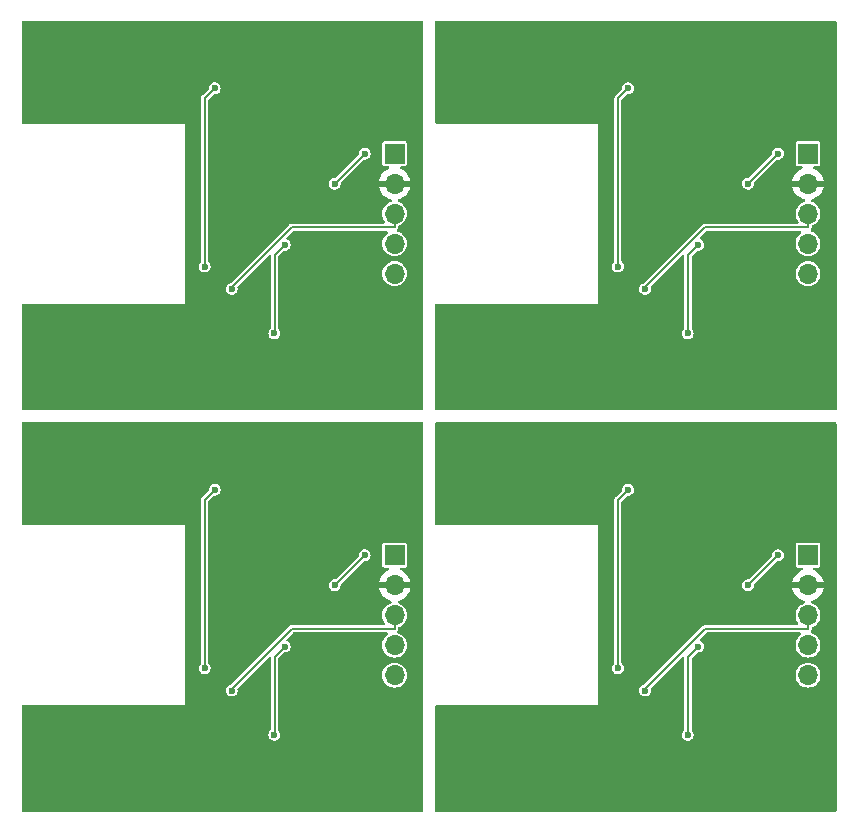
<source format=gbr>
%TF.GenerationSoftware,KiCad,Pcbnew,7.0.11+dfsg-1build4*%
%TF.CreationDate,2026-01-16T21:08:39-05:00*%
%TF.ProjectId,,58585858-5858-4585-9858-585858585858,rev?*%
%TF.SameCoordinates,Original*%
%TF.FileFunction,Copper,L2,Bot*%
%TF.FilePolarity,Positive*%
%FSLAX46Y46*%
G04 Gerber Fmt 4.6, Leading zero omitted, Abs format (unit mm)*
G04 Created by KiCad (PCBNEW 7.0.11+dfsg-1build4) date 2026-01-16 21:08:39*
%MOMM*%
%LPD*%
G01*
G04 APERTURE LIST*
%TA.AperFunction,ComponentPad*%
%ADD10R,1.700000X1.700000*%
%TD*%
%TA.AperFunction,ComponentPad*%
%ADD11O,1.700000X1.700000*%
%TD*%
%TA.AperFunction,ViaPad*%
%ADD12C,0.600000*%
%TD*%
%TA.AperFunction,Conductor*%
%ADD13C,0.200000*%
%TD*%
G04 APERTURE END LIST*
D10*
%TO.P,J1,1,Pin_1*%
%TO.N,/VOUT*%
X139140000Y-97500000D03*
D11*
%TO.P,J1,2,Pin_2*%
%TO.N,GND*%
X139140000Y-100040000D03*
%TO.P,J1,3,Pin_3*%
%TO.N,/VIN*%
X139140000Y-102580000D03*
%TO.P,J1,4,Pin_4*%
%TO.N,/LBO*%
X139140000Y-105120000D03*
%TO.P,J1,5,Pin_5*%
%TO.N,/EN*%
X139140000Y-107660000D03*
%TD*%
D10*
%TO.P,J1,1,Pin_1*%
%TO.N,/VOUT*%
X104140000Y-97500000D03*
D11*
%TO.P,J1,2,Pin_2*%
%TO.N,GND*%
X104140000Y-100040000D03*
%TO.P,J1,3,Pin_3*%
%TO.N,/VIN*%
X104140000Y-102580000D03*
%TO.P,J1,4,Pin_4*%
%TO.N,/LBO*%
X104140000Y-105120000D03*
%TO.P,J1,5,Pin_5*%
%TO.N,/EN*%
X104140000Y-107660000D03*
%TD*%
D10*
%TO.P,J1,1,Pin_1*%
%TO.N,/VOUT*%
X139140000Y-63500000D03*
D11*
%TO.P,J1,2,Pin_2*%
%TO.N,GND*%
X139140000Y-66040000D03*
%TO.P,J1,3,Pin_3*%
%TO.N,/VIN*%
X139140000Y-68580000D03*
%TO.P,J1,4,Pin_4*%
%TO.N,/LBO*%
X139140000Y-71120000D03*
%TO.P,J1,5,Pin_5*%
%TO.N,/EN*%
X139140000Y-73660000D03*
%TD*%
D10*
%TO.P,J1,1,Pin_1*%
%TO.N,/VOUT*%
X104140000Y-63500000D03*
D11*
%TO.P,J1,2,Pin_2*%
%TO.N,GND*%
X104140000Y-66040000D03*
%TO.P,J1,3,Pin_3*%
%TO.N,/VIN*%
X104140000Y-68580000D03*
%TO.P,J1,4,Pin_4*%
%TO.N,/LBO*%
X104140000Y-71120000D03*
%TO.P,J1,5,Pin_5*%
%TO.N,/EN*%
X104140000Y-73660000D03*
%TD*%
D12*
%TO.N,Net-(U1-FB)*%
X128960500Y-112715000D03*
%TO.N,Net-(U1-LBI)*%
X123900000Y-91967000D03*
%TO.N,/VOUT*%
X136600000Y-97500000D03*
X134060000Y-100040000D03*
%TO.N,Net-(U1-FB)*%
X129839300Y-105232600D03*
%TO.N,/VIN*%
X125351000Y-108957000D03*
%TO.N,Net-(U1-LBI)*%
X123048600Y-107060100D03*
%TO.N,Net-(U1-FB)*%
X93960500Y-112715000D03*
%TO.N,Net-(U1-LBI)*%
X88900000Y-91967000D03*
%TO.N,/VOUT*%
X101600000Y-97500000D03*
X99060000Y-100040000D03*
%TO.N,Net-(U1-FB)*%
X94839300Y-105232600D03*
%TO.N,/VIN*%
X90351000Y-108957000D03*
%TO.N,Net-(U1-LBI)*%
X88048600Y-107060100D03*
%TO.N,Net-(U1-FB)*%
X128960500Y-78715000D03*
%TO.N,Net-(U1-LBI)*%
X123900000Y-57967000D03*
%TO.N,/VOUT*%
X136600000Y-63500000D03*
X134060000Y-66040000D03*
%TO.N,Net-(U1-FB)*%
X129839300Y-71232600D03*
%TO.N,/VIN*%
X125351000Y-74957000D03*
%TO.N,Net-(U1-LBI)*%
X123048600Y-73060100D03*
X88048600Y-73060100D03*
X88900000Y-57967000D03*
%TO.N,Net-(U1-FB)*%
X94839300Y-71232600D03*
X93960500Y-78715000D03*
%TO.N,/VIN*%
X90351000Y-74957000D03*
%TO.N,/VOUT*%
X99060000Y-66040000D03*
X101600000Y-63500000D03*
%TD*%
D13*
%TO.N,/VIN*%
X125351000Y-108798200D02*
X125351000Y-108957000D01*
X130417300Y-103731900D02*
X125351000Y-108798200D01*
X139140000Y-103731900D02*
X130417300Y-103731900D01*
%TO.N,Net-(U1-FB)*%
X128980000Y-106091900D02*
X129839300Y-105232600D01*
X128960500Y-112715000D02*
X128980000Y-112695500D01*
%TO.N,/VIN*%
X139140000Y-102580000D02*
X139140000Y-103731900D01*
%TO.N,/VOUT*%
X136600000Y-97500000D02*
X134060000Y-100040000D01*
%TO.N,Net-(U1-FB)*%
X128980000Y-112695500D02*
X128980000Y-106091900D01*
%TO.N,Net-(U1-LBI)*%
X123900000Y-91967000D02*
X123048600Y-92818400D01*
X123048600Y-92818400D02*
X123048600Y-107060100D01*
%TO.N,/VIN*%
X90351000Y-108798200D02*
X90351000Y-108957000D01*
X95417300Y-103731900D02*
X90351000Y-108798200D01*
X104140000Y-103731900D02*
X95417300Y-103731900D01*
%TO.N,Net-(U1-FB)*%
X93980000Y-106091900D02*
X94839300Y-105232600D01*
X93960500Y-112715000D02*
X93980000Y-112695500D01*
%TO.N,/VIN*%
X104140000Y-102580000D02*
X104140000Y-103731900D01*
%TO.N,/VOUT*%
X101600000Y-97500000D02*
X99060000Y-100040000D01*
%TO.N,Net-(U1-FB)*%
X93980000Y-112695500D02*
X93980000Y-106091900D01*
%TO.N,Net-(U1-LBI)*%
X88900000Y-91967000D02*
X88048600Y-92818400D01*
X88048600Y-92818400D02*
X88048600Y-107060100D01*
%TO.N,/VIN*%
X125351000Y-74798200D02*
X125351000Y-74957000D01*
X130417300Y-69731900D02*
X125351000Y-74798200D01*
X139140000Y-69731900D02*
X130417300Y-69731900D01*
%TO.N,Net-(U1-FB)*%
X128980000Y-72091900D02*
X129839300Y-71232600D01*
X128960500Y-78715000D02*
X128980000Y-78695500D01*
%TO.N,/VIN*%
X139140000Y-68580000D02*
X139140000Y-69731900D01*
%TO.N,/VOUT*%
X136600000Y-63500000D02*
X134060000Y-66040000D01*
%TO.N,Net-(U1-FB)*%
X128980000Y-78695500D02*
X128980000Y-72091900D01*
%TO.N,Net-(U1-LBI)*%
X123900000Y-57967000D02*
X123048600Y-58818400D01*
X123048600Y-58818400D02*
X123048600Y-73060100D01*
X88048600Y-58818400D02*
X88048600Y-73060100D01*
X88900000Y-57967000D02*
X88048600Y-58818400D01*
%TO.N,Net-(U1-FB)*%
X93960500Y-78715000D02*
X93980000Y-78695500D01*
X93980000Y-72091900D02*
X94839300Y-71232600D01*
X93980000Y-78695500D02*
X93980000Y-72091900D01*
%TO.N,/VIN*%
X104140000Y-69731900D02*
X95417300Y-69731900D01*
X95417300Y-69731900D02*
X90351000Y-74798200D01*
X90351000Y-74798200D02*
X90351000Y-74957000D01*
X104140000Y-68580000D02*
X104140000Y-69731900D01*
%TO.N,/VOUT*%
X101600000Y-63500000D02*
X99060000Y-66040000D01*
%TD*%
%TA.AperFunction,Conductor*%
%TO.N,GND*%
G36*
X106502539Y-52260185D02*
G01*
X106548294Y-52312989D01*
X106559500Y-52364500D01*
X106559500Y-85115500D01*
X106539815Y-85182539D01*
X106487011Y-85228294D01*
X106435500Y-85239500D01*
X72684500Y-85239500D01*
X72617461Y-85219815D01*
X72571706Y-85167011D01*
X72560500Y-85115500D01*
X72560500Y-76324000D01*
X72580185Y-76256961D01*
X72632989Y-76211206D01*
X72684500Y-76200000D01*
X86360000Y-76200000D01*
X86360000Y-74957000D01*
X89845353Y-74957000D01*
X89865834Y-75099456D01*
X89925622Y-75230371D01*
X89925623Y-75230373D01*
X90019872Y-75339143D01*
X90140947Y-75416953D01*
X90140950Y-75416954D01*
X90140949Y-75416954D01*
X90279036Y-75457499D01*
X90279038Y-75457500D01*
X90279039Y-75457500D01*
X90422962Y-75457500D01*
X90422962Y-75457499D01*
X90561053Y-75416953D01*
X90682128Y-75339143D01*
X90776377Y-75230373D01*
X90836165Y-75099457D01*
X90856647Y-74957000D01*
X90836165Y-74814543D01*
X90836164Y-74814542D01*
X90835377Y-74809063D01*
X90845321Y-74739904D01*
X90870431Y-74703738D01*
X93467819Y-72106351D01*
X93529142Y-72072866D01*
X93598834Y-72077850D01*
X93654767Y-72119722D01*
X93679184Y-72185186D01*
X93679500Y-72194032D01*
X93679500Y-78232932D01*
X93659815Y-78299971D01*
X93634532Y-78325275D01*
X93636072Y-78327052D01*
X93629366Y-78332862D01*
X93535125Y-78441622D01*
X93535122Y-78441628D01*
X93475334Y-78572543D01*
X93454853Y-78715000D01*
X93475334Y-78857456D01*
X93535122Y-78988371D01*
X93535123Y-78988373D01*
X93629372Y-79097143D01*
X93750447Y-79174953D01*
X93750450Y-79174954D01*
X93750449Y-79174954D01*
X93888536Y-79215499D01*
X93888538Y-79215500D01*
X93888539Y-79215500D01*
X94032462Y-79215500D01*
X94032462Y-79215499D01*
X94170553Y-79174953D01*
X94291628Y-79097143D01*
X94385877Y-78988373D01*
X94445665Y-78857457D01*
X94466147Y-78715000D01*
X94445665Y-78572543D01*
X94385877Y-78441627D01*
X94385875Y-78441625D01*
X94385874Y-78441622D01*
X94310787Y-78354967D01*
X94281762Y-78291412D01*
X94280500Y-78273765D01*
X94280500Y-73660000D01*
X103084417Y-73660000D01*
X103104699Y-73865932D01*
X103104700Y-73865934D01*
X103164768Y-74063954D01*
X103262315Y-74246450D01*
X103262317Y-74246452D01*
X103393589Y-74406410D01*
X103490209Y-74485702D01*
X103553550Y-74537685D01*
X103736046Y-74635232D01*
X103934066Y-74695300D01*
X103934065Y-74695300D01*
X103952529Y-74697118D01*
X104140000Y-74715583D01*
X104345934Y-74695300D01*
X104543954Y-74635232D01*
X104726450Y-74537685D01*
X104886410Y-74406410D01*
X105017685Y-74246450D01*
X105115232Y-74063954D01*
X105175300Y-73865934D01*
X105195583Y-73660000D01*
X105175300Y-73454066D01*
X105115232Y-73256046D01*
X105017685Y-73073550D01*
X104965702Y-73010209D01*
X104886410Y-72913589D01*
X104726452Y-72782317D01*
X104726453Y-72782317D01*
X104726450Y-72782315D01*
X104543954Y-72684768D01*
X104345934Y-72624700D01*
X104345932Y-72624699D01*
X104345934Y-72624699D01*
X104140000Y-72604417D01*
X103934067Y-72624699D01*
X103736043Y-72684769D01*
X103625898Y-72743643D01*
X103553550Y-72782315D01*
X103553548Y-72782316D01*
X103553547Y-72782317D01*
X103393589Y-72913589D01*
X103262317Y-73073547D01*
X103164769Y-73256043D01*
X103104699Y-73454067D01*
X103084417Y-73660000D01*
X94280500Y-73660000D01*
X94280500Y-72267732D01*
X94300185Y-72200693D01*
X94316815Y-72180055D01*
X94727451Y-71769418D01*
X94788774Y-71735934D01*
X94815132Y-71733100D01*
X94911262Y-71733100D01*
X94911262Y-71733099D01*
X95049353Y-71692553D01*
X95170428Y-71614743D01*
X95264677Y-71505973D01*
X95324465Y-71375057D01*
X95344947Y-71232600D01*
X95324465Y-71090143D01*
X95264677Y-70959227D01*
X95170428Y-70850457D01*
X95049353Y-70772647D01*
X95049352Y-70772646D01*
X95049351Y-70772646D01*
X95041674Y-70769140D01*
X94988870Y-70723385D01*
X94969186Y-70656346D01*
X94988871Y-70589306D01*
X95005500Y-70568670D01*
X95505452Y-70068719D01*
X95566775Y-70035234D01*
X95593133Y-70032400D01*
X103462775Y-70032400D01*
X103529814Y-70052085D01*
X103575569Y-70104889D01*
X103585513Y-70174047D01*
X103556488Y-70237603D01*
X103541439Y-70252254D01*
X103393589Y-70373589D01*
X103262317Y-70533547D01*
X103262315Y-70533550D01*
X103232513Y-70589306D01*
X103164769Y-70716043D01*
X103104699Y-70914067D01*
X103084417Y-71120000D01*
X103104699Y-71325932D01*
X103104700Y-71325934D01*
X103164768Y-71523954D01*
X103262315Y-71706450D01*
X103262317Y-71706452D01*
X103393589Y-71866410D01*
X103440449Y-71904866D01*
X103553550Y-71997685D01*
X103736046Y-72095232D01*
X103934066Y-72155300D01*
X103934065Y-72155300D01*
X103952529Y-72157118D01*
X104140000Y-72175583D01*
X104345934Y-72155300D01*
X104543954Y-72095232D01*
X104726450Y-71997685D01*
X104886410Y-71866410D01*
X105017685Y-71706450D01*
X105115232Y-71523954D01*
X105175300Y-71325934D01*
X105195583Y-71120000D01*
X105175300Y-70914066D01*
X105115232Y-70716046D01*
X105017685Y-70533550D01*
X104965702Y-70470209D01*
X104886410Y-70373589D01*
X104768677Y-70276969D01*
X104726450Y-70242315D01*
X104543954Y-70144768D01*
X104439187Y-70112987D01*
X104380749Y-70074690D01*
X104352293Y-70010878D01*
X104362853Y-69941811D01*
X104383545Y-69910789D01*
X104399916Y-69892833D01*
X104399918Y-69892826D01*
X104404721Y-69885070D01*
X104409579Y-69876348D01*
X104413651Y-69868169D01*
X104413656Y-69868164D01*
X104423663Y-69832989D01*
X104427289Y-69822170D01*
X104440500Y-69788073D01*
X104440500Y-69788071D01*
X104440501Y-69788069D01*
X104442172Y-69779129D01*
X104443561Y-69769176D01*
X104444401Y-69760107D01*
X104441029Y-69723717D01*
X104440500Y-69712276D01*
X104440500Y-69678578D01*
X104460185Y-69611539D01*
X104512989Y-69565784D01*
X104528488Y-69559923D01*
X104543954Y-69555232D01*
X104726450Y-69457685D01*
X104886410Y-69326410D01*
X105017685Y-69166450D01*
X105115232Y-68983954D01*
X105175300Y-68785934D01*
X105195583Y-68580000D01*
X105175300Y-68374066D01*
X105115232Y-68176046D01*
X105017685Y-67993550D01*
X104965702Y-67930209D01*
X104886410Y-67833589D01*
X104726452Y-67702317D01*
X104726453Y-67702317D01*
X104726450Y-67702315D01*
X104543954Y-67604768D01*
X104477447Y-67584593D01*
X104419009Y-67546296D01*
X104390553Y-67482484D01*
X104401113Y-67413417D01*
X104447337Y-67361023D01*
X104481350Y-67346158D01*
X104603483Y-67313433D01*
X104603492Y-67313429D01*
X104817578Y-67213600D01*
X105011082Y-67078105D01*
X105178105Y-66911082D01*
X105313600Y-66717578D01*
X105413429Y-66503492D01*
X105413432Y-66503486D01*
X105470636Y-66290000D01*
X104573686Y-66290000D01*
X104599493Y-66249844D01*
X104640000Y-66111889D01*
X104640000Y-65968111D01*
X104599493Y-65830156D01*
X104573686Y-65790000D01*
X105470636Y-65790000D01*
X105470635Y-65789999D01*
X105413432Y-65576513D01*
X105413429Y-65576507D01*
X105313600Y-65362422D01*
X105313599Y-65362420D01*
X105178113Y-65168926D01*
X105178108Y-65168920D01*
X105011082Y-65001894D01*
X104817578Y-64866399D01*
X104647052Y-64786882D01*
X104594613Y-64740710D01*
X104575461Y-64673516D01*
X104595677Y-64606635D01*
X104648842Y-64561300D01*
X104699457Y-64550500D01*
X105009750Y-64550500D01*
X105009751Y-64550499D01*
X105024568Y-64547552D01*
X105068229Y-64538868D01*
X105068229Y-64538867D01*
X105068231Y-64538867D01*
X105134552Y-64494552D01*
X105178867Y-64428231D01*
X105178867Y-64428229D01*
X105178868Y-64428229D01*
X105190499Y-64369752D01*
X105190500Y-64369750D01*
X105190500Y-62630249D01*
X105190499Y-62630247D01*
X105178868Y-62571770D01*
X105178867Y-62571769D01*
X105134552Y-62505447D01*
X105068230Y-62461132D01*
X105068229Y-62461131D01*
X105009752Y-62449500D01*
X105009748Y-62449500D01*
X103270252Y-62449500D01*
X103270247Y-62449500D01*
X103211770Y-62461131D01*
X103211769Y-62461132D01*
X103145447Y-62505447D01*
X103101132Y-62571769D01*
X103101131Y-62571770D01*
X103089500Y-62630247D01*
X103089500Y-64369752D01*
X103101131Y-64428229D01*
X103101132Y-64428230D01*
X103145447Y-64494552D01*
X103211769Y-64538867D01*
X103211770Y-64538868D01*
X103270247Y-64550499D01*
X103270250Y-64550500D01*
X103580543Y-64550500D01*
X103647582Y-64570185D01*
X103693337Y-64622989D01*
X103703281Y-64692147D01*
X103674256Y-64755703D01*
X103632948Y-64786882D01*
X103462422Y-64866399D01*
X103462420Y-64866400D01*
X103268926Y-65001886D01*
X103268920Y-65001891D01*
X103101891Y-65168920D01*
X103101886Y-65168926D01*
X102966400Y-65362420D01*
X102966399Y-65362422D01*
X102866570Y-65576507D01*
X102866567Y-65576513D01*
X102809364Y-65789999D01*
X102809364Y-65790000D01*
X103706314Y-65790000D01*
X103680507Y-65830156D01*
X103640000Y-65968111D01*
X103640000Y-66111889D01*
X103680507Y-66249844D01*
X103706314Y-66290000D01*
X102809364Y-66290000D01*
X102866567Y-66503486D01*
X102866570Y-66503492D01*
X102966399Y-66717578D01*
X103101894Y-66911082D01*
X103268917Y-67078105D01*
X103462421Y-67213600D01*
X103676507Y-67313429D01*
X103676516Y-67313433D01*
X103798649Y-67346158D01*
X103858310Y-67382523D01*
X103888839Y-67445369D01*
X103880545Y-67514745D01*
X103836059Y-67568623D01*
X103802552Y-67584593D01*
X103736046Y-67604767D01*
X103605358Y-67674622D01*
X103553550Y-67702315D01*
X103553548Y-67702316D01*
X103553547Y-67702317D01*
X103393589Y-67833589D01*
X103262317Y-67993547D01*
X103164769Y-68176043D01*
X103104699Y-68374067D01*
X103084417Y-68580000D01*
X103104699Y-68785932D01*
X103104700Y-68785934D01*
X103164768Y-68983954D01*
X103262315Y-69166450D01*
X103262317Y-69166452D01*
X103313431Y-69228736D01*
X103340743Y-69293046D01*
X103328952Y-69361913D01*
X103281799Y-69413473D01*
X103217577Y-69431400D01*
X95484438Y-69431400D01*
X95467310Y-69430211D01*
X95459538Y-69429127D01*
X95459535Y-69429127D01*
X95419272Y-69430988D01*
X95413220Y-69431268D01*
X95407495Y-69431400D01*
X95389456Y-69431400D01*
X95389451Y-69431400D01*
X95384626Y-69431848D01*
X95373997Y-69433081D01*
X95347308Y-69434315D01*
X95340963Y-69437115D01*
X95313680Y-69445565D01*
X95306868Y-69446838D01*
X95306867Y-69446839D01*
X95284157Y-69460899D01*
X95268978Y-69468900D01*
X95244535Y-69479693D01*
X95239636Y-69484593D01*
X95217242Y-69502331D01*
X95211348Y-69505980D01*
X95195249Y-69527298D01*
X95183979Y-69540248D01*
X90285406Y-74438821D01*
X90232660Y-74470117D01*
X90140949Y-74497045D01*
X90019873Y-74574856D01*
X89925623Y-74683626D01*
X89925622Y-74683628D01*
X89865834Y-74814543D01*
X89845353Y-74957000D01*
X86360000Y-74957000D01*
X86360000Y-73060100D01*
X87542953Y-73060100D01*
X87563434Y-73202556D01*
X87587863Y-73256046D01*
X87623223Y-73333473D01*
X87717472Y-73442243D01*
X87838547Y-73520053D01*
X87838550Y-73520054D01*
X87838549Y-73520054D01*
X87976636Y-73560599D01*
X87976638Y-73560600D01*
X87976639Y-73560600D01*
X88120562Y-73560600D01*
X88120562Y-73560599D01*
X88258653Y-73520053D01*
X88379728Y-73442243D01*
X88473977Y-73333473D01*
X88533765Y-73202557D01*
X88554247Y-73060100D01*
X88533765Y-72917643D01*
X88473977Y-72786727D01*
X88473975Y-72786725D01*
X88473974Y-72786722D01*
X88379387Y-72677562D01*
X88350362Y-72614006D01*
X88349100Y-72596360D01*
X88349100Y-66040000D01*
X98554353Y-66040000D01*
X98574834Y-66182456D01*
X98605610Y-66249844D01*
X98634623Y-66313373D01*
X98728872Y-66422143D01*
X98849947Y-66499953D01*
X98849950Y-66499954D01*
X98849949Y-66499954D01*
X98934160Y-66524680D01*
X98986336Y-66540000D01*
X98988036Y-66540499D01*
X98988038Y-66540500D01*
X98988039Y-66540500D01*
X99131962Y-66540500D01*
X99131962Y-66540499D01*
X99270053Y-66499953D01*
X99391128Y-66422143D01*
X99485377Y-66313373D01*
X99545165Y-66182457D01*
X99565647Y-66040000D01*
X99564339Y-66030905D01*
X99574279Y-65961749D01*
X99599392Y-65925577D01*
X101488151Y-64036819D01*
X101549474Y-64003334D01*
X101575832Y-64000500D01*
X101671962Y-64000500D01*
X101671962Y-64000499D01*
X101810053Y-63959953D01*
X101931128Y-63882143D01*
X102025377Y-63773373D01*
X102085165Y-63642457D01*
X102105647Y-63500000D01*
X102085165Y-63357543D01*
X102025377Y-63226627D01*
X101931128Y-63117857D01*
X101810053Y-63040047D01*
X101810051Y-63040046D01*
X101810049Y-63040045D01*
X101810050Y-63040045D01*
X101671963Y-62999500D01*
X101671961Y-62999500D01*
X101528039Y-62999500D01*
X101528036Y-62999500D01*
X101389949Y-63040045D01*
X101268873Y-63117856D01*
X101174623Y-63226626D01*
X101174622Y-63226628D01*
X101114834Y-63357543D01*
X101094353Y-63500000D01*
X101095661Y-63509101D01*
X101085714Y-63578259D01*
X101060603Y-63614423D01*
X99171847Y-65503181D01*
X99110524Y-65536666D01*
X99084166Y-65539500D01*
X98988036Y-65539500D01*
X98849949Y-65580045D01*
X98728873Y-65657856D01*
X98634623Y-65766626D01*
X98634622Y-65766628D01*
X98574834Y-65897543D01*
X98554353Y-66040000D01*
X88349100Y-66040000D01*
X88349100Y-58994232D01*
X88368785Y-58927193D01*
X88385415Y-58906555D01*
X88788151Y-58503818D01*
X88849474Y-58470334D01*
X88875832Y-58467500D01*
X88971962Y-58467500D01*
X88971962Y-58467499D01*
X89110053Y-58426953D01*
X89231128Y-58349143D01*
X89325377Y-58240373D01*
X89385165Y-58109457D01*
X89405647Y-57967000D01*
X89385165Y-57824543D01*
X89325377Y-57693627D01*
X89231128Y-57584857D01*
X89110053Y-57507047D01*
X89110051Y-57507046D01*
X89110049Y-57507045D01*
X89110050Y-57507045D01*
X88971963Y-57466500D01*
X88971961Y-57466500D01*
X88828039Y-57466500D01*
X88828036Y-57466500D01*
X88689949Y-57507045D01*
X88568873Y-57584856D01*
X88474623Y-57693626D01*
X88474622Y-57693628D01*
X88414834Y-57824543D01*
X88394353Y-57967000D01*
X88394353Y-57967001D01*
X88395661Y-57976103D01*
X88385713Y-58045261D01*
X88360603Y-58081424D01*
X87883586Y-58558441D01*
X87870635Y-58569712D01*
X87864367Y-58574444D01*
X87833122Y-58608718D01*
X87829174Y-58612853D01*
X87816427Y-58625600D01*
X87813346Y-58629311D01*
X87806685Y-58637719D01*
X87788683Y-58657466D01*
X87788683Y-58657467D01*
X87786178Y-58663933D01*
X87772859Y-58689202D01*
X87768945Y-58694915D01*
X87768943Y-58694920D01*
X87762828Y-58720917D01*
X87757751Y-58737313D01*
X87748100Y-58762226D01*
X87748100Y-58769151D01*
X87744806Y-58797541D01*
X87743221Y-58804277D01*
X87743221Y-58804282D01*
X87746911Y-58830733D01*
X87748100Y-58847864D01*
X87748100Y-72596360D01*
X87728415Y-72663399D01*
X87717813Y-72677562D01*
X87623225Y-72786722D01*
X87623222Y-72786728D01*
X87563434Y-72917643D01*
X87542953Y-73060100D01*
X86360000Y-73060100D01*
X86360000Y-60960000D01*
X72684500Y-60960000D01*
X72617461Y-60940315D01*
X72571706Y-60887511D01*
X72560500Y-60836000D01*
X72560500Y-52364500D01*
X72580185Y-52297461D01*
X72632989Y-52251706D01*
X72684500Y-52240500D01*
X106435500Y-52240500D01*
X106502539Y-52260185D01*
G37*
%TD.AperFunction*%
%TD*%
%TA.AperFunction,Conductor*%
%TO.N,GND*%
G36*
X141502539Y-52260185D02*
G01*
X141548294Y-52312989D01*
X141559500Y-52364500D01*
X141559500Y-85115500D01*
X141539815Y-85182539D01*
X141487011Y-85228294D01*
X141435500Y-85239500D01*
X107684500Y-85239500D01*
X107617461Y-85219815D01*
X107571706Y-85167011D01*
X107560500Y-85115500D01*
X107560500Y-76324000D01*
X107580185Y-76256961D01*
X107632989Y-76211206D01*
X107684500Y-76200000D01*
X121360000Y-76200000D01*
X121360000Y-74957000D01*
X124845353Y-74957000D01*
X124865834Y-75099456D01*
X124925622Y-75230371D01*
X124925623Y-75230373D01*
X125019872Y-75339143D01*
X125140947Y-75416953D01*
X125140950Y-75416954D01*
X125140949Y-75416954D01*
X125279036Y-75457499D01*
X125279038Y-75457500D01*
X125279039Y-75457500D01*
X125422962Y-75457500D01*
X125422962Y-75457499D01*
X125561053Y-75416953D01*
X125682128Y-75339143D01*
X125776377Y-75230373D01*
X125836165Y-75099457D01*
X125856647Y-74957000D01*
X125836165Y-74814543D01*
X125836164Y-74814542D01*
X125835377Y-74809063D01*
X125845321Y-74739904D01*
X125870431Y-74703738D01*
X128467819Y-72106351D01*
X128529142Y-72072866D01*
X128598834Y-72077850D01*
X128654767Y-72119722D01*
X128679184Y-72185186D01*
X128679500Y-72194032D01*
X128679500Y-78232932D01*
X128659815Y-78299971D01*
X128634532Y-78325275D01*
X128636072Y-78327052D01*
X128629366Y-78332862D01*
X128535125Y-78441622D01*
X128535122Y-78441628D01*
X128475334Y-78572543D01*
X128454853Y-78715000D01*
X128475334Y-78857456D01*
X128535122Y-78988371D01*
X128535123Y-78988373D01*
X128629372Y-79097143D01*
X128750447Y-79174953D01*
X128750450Y-79174954D01*
X128750449Y-79174954D01*
X128888536Y-79215499D01*
X128888538Y-79215500D01*
X128888539Y-79215500D01*
X129032462Y-79215500D01*
X129032462Y-79215499D01*
X129170553Y-79174953D01*
X129291628Y-79097143D01*
X129385877Y-78988373D01*
X129445665Y-78857457D01*
X129466147Y-78715000D01*
X129445665Y-78572543D01*
X129385877Y-78441627D01*
X129385875Y-78441625D01*
X129385874Y-78441622D01*
X129310787Y-78354967D01*
X129281762Y-78291412D01*
X129280500Y-78273765D01*
X129280500Y-73660000D01*
X138084417Y-73660000D01*
X138104699Y-73865932D01*
X138104700Y-73865934D01*
X138164768Y-74063954D01*
X138262315Y-74246450D01*
X138262317Y-74246452D01*
X138393589Y-74406410D01*
X138490209Y-74485702D01*
X138553550Y-74537685D01*
X138736046Y-74635232D01*
X138934066Y-74695300D01*
X138934065Y-74695300D01*
X138952529Y-74697118D01*
X139140000Y-74715583D01*
X139345934Y-74695300D01*
X139543954Y-74635232D01*
X139726450Y-74537685D01*
X139886410Y-74406410D01*
X140017685Y-74246450D01*
X140115232Y-74063954D01*
X140175300Y-73865934D01*
X140195583Y-73660000D01*
X140175300Y-73454066D01*
X140115232Y-73256046D01*
X140017685Y-73073550D01*
X139965702Y-73010209D01*
X139886410Y-72913589D01*
X139726452Y-72782317D01*
X139726453Y-72782317D01*
X139726450Y-72782315D01*
X139543954Y-72684768D01*
X139345934Y-72624700D01*
X139345932Y-72624699D01*
X139345934Y-72624699D01*
X139140000Y-72604417D01*
X138934067Y-72624699D01*
X138736043Y-72684769D01*
X138625898Y-72743643D01*
X138553550Y-72782315D01*
X138553548Y-72782316D01*
X138553547Y-72782317D01*
X138393589Y-72913589D01*
X138262317Y-73073547D01*
X138164769Y-73256043D01*
X138104699Y-73454067D01*
X138084417Y-73660000D01*
X129280500Y-73660000D01*
X129280500Y-72267732D01*
X129300185Y-72200693D01*
X129316815Y-72180055D01*
X129727451Y-71769418D01*
X129788774Y-71735934D01*
X129815132Y-71733100D01*
X129911262Y-71733100D01*
X129911262Y-71733099D01*
X130049353Y-71692553D01*
X130170428Y-71614743D01*
X130264677Y-71505973D01*
X130324465Y-71375057D01*
X130344947Y-71232600D01*
X130324465Y-71090143D01*
X130264677Y-70959227D01*
X130170428Y-70850457D01*
X130049353Y-70772647D01*
X130049352Y-70772646D01*
X130049351Y-70772646D01*
X130041674Y-70769140D01*
X129988870Y-70723385D01*
X129969186Y-70656346D01*
X129988871Y-70589306D01*
X130005500Y-70568670D01*
X130505452Y-70068719D01*
X130566775Y-70035234D01*
X130593133Y-70032400D01*
X138462775Y-70032400D01*
X138529814Y-70052085D01*
X138575569Y-70104889D01*
X138585513Y-70174047D01*
X138556488Y-70237603D01*
X138541439Y-70252254D01*
X138393589Y-70373589D01*
X138262317Y-70533547D01*
X138262315Y-70533550D01*
X138232513Y-70589306D01*
X138164769Y-70716043D01*
X138104699Y-70914067D01*
X138084417Y-71120000D01*
X138104699Y-71325932D01*
X138104700Y-71325934D01*
X138164768Y-71523954D01*
X138262315Y-71706450D01*
X138262317Y-71706452D01*
X138393589Y-71866410D01*
X138440449Y-71904866D01*
X138553550Y-71997685D01*
X138736046Y-72095232D01*
X138934066Y-72155300D01*
X138934065Y-72155300D01*
X138952529Y-72157118D01*
X139140000Y-72175583D01*
X139345934Y-72155300D01*
X139543954Y-72095232D01*
X139726450Y-71997685D01*
X139886410Y-71866410D01*
X140017685Y-71706450D01*
X140115232Y-71523954D01*
X140175300Y-71325934D01*
X140195583Y-71120000D01*
X140175300Y-70914066D01*
X140115232Y-70716046D01*
X140017685Y-70533550D01*
X139965702Y-70470209D01*
X139886410Y-70373589D01*
X139768677Y-70276969D01*
X139726450Y-70242315D01*
X139543954Y-70144768D01*
X139439187Y-70112987D01*
X139380749Y-70074690D01*
X139352293Y-70010878D01*
X139362853Y-69941811D01*
X139383545Y-69910789D01*
X139399916Y-69892833D01*
X139399918Y-69892826D01*
X139404721Y-69885070D01*
X139409579Y-69876348D01*
X139413651Y-69868169D01*
X139413656Y-69868164D01*
X139423663Y-69832989D01*
X139427289Y-69822170D01*
X139440500Y-69788073D01*
X139440500Y-69788071D01*
X139440501Y-69788069D01*
X139442172Y-69779129D01*
X139443561Y-69769176D01*
X139444401Y-69760107D01*
X139441029Y-69723717D01*
X139440500Y-69712276D01*
X139440500Y-69678578D01*
X139460185Y-69611539D01*
X139512989Y-69565784D01*
X139528488Y-69559923D01*
X139543954Y-69555232D01*
X139726450Y-69457685D01*
X139886410Y-69326410D01*
X140017685Y-69166450D01*
X140115232Y-68983954D01*
X140175300Y-68785934D01*
X140195583Y-68580000D01*
X140175300Y-68374066D01*
X140115232Y-68176046D01*
X140017685Y-67993550D01*
X139965702Y-67930209D01*
X139886410Y-67833589D01*
X139726452Y-67702317D01*
X139726453Y-67702317D01*
X139726450Y-67702315D01*
X139543954Y-67604768D01*
X139477447Y-67584593D01*
X139419009Y-67546296D01*
X139390553Y-67482484D01*
X139401113Y-67413417D01*
X139447337Y-67361023D01*
X139481350Y-67346158D01*
X139603483Y-67313433D01*
X139603492Y-67313429D01*
X139817578Y-67213600D01*
X140011082Y-67078105D01*
X140178105Y-66911082D01*
X140313600Y-66717578D01*
X140413429Y-66503492D01*
X140413432Y-66503486D01*
X140470636Y-66290000D01*
X139573686Y-66290000D01*
X139599493Y-66249844D01*
X139640000Y-66111889D01*
X139640000Y-65968111D01*
X139599493Y-65830156D01*
X139573686Y-65790000D01*
X140470636Y-65790000D01*
X140470635Y-65789999D01*
X140413432Y-65576513D01*
X140413429Y-65576507D01*
X140313600Y-65362422D01*
X140313599Y-65362420D01*
X140178113Y-65168926D01*
X140178108Y-65168920D01*
X140011082Y-65001894D01*
X139817578Y-64866399D01*
X139647052Y-64786882D01*
X139594613Y-64740710D01*
X139575461Y-64673516D01*
X139595677Y-64606635D01*
X139648842Y-64561300D01*
X139699457Y-64550500D01*
X140009750Y-64550500D01*
X140009751Y-64550499D01*
X140024568Y-64547552D01*
X140068229Y-64538868D01*
X140068229Y-64538867D01*
X140068231Y-64538867D01*
X140134552Y-64494552D01*
X140178867Y-64428231D01*
X140178867Y-64428229D01*
X140178868Y-64428229D01*
X140190499Y-64369752D01*
X140190500Y-64369750D01*
X140190500Y-62630249D01*
X140190499Y-62630247D01*
X140178868Y-62571770D01*
X140178867Y-62571769D01*
X140134552Y-62505447D01*
X140068230Y-62461132D01*
X140068229Y-62461131D01*
X140009752Y-62449500D01*
X140009748Y-62449500D01*
X138270252Y-62449500D01*
X138270247Y-62449500D01*
X138211770Y-62461131D01*
X138211769Y-62461132D01*
X138145447Y-62505447D01*
X138101132Y-62571769D01*
X138101131Y-62571770D01*
X138089500Y-62630247D01*
X138089500Y-64369752D01*
X138101131Y-64428229D01*
X138101132Y-64428230D01*
X138145447Y-64494552D01*
X138211769Y-64538867D01*
X138211770Y-64538868D01*
X138270247Y-64550499D01*
X138270250Y-64550500D01*
X138580543Y-64550500D01*
X138647582Y-64570185D01*
X138693337Y-64622989D01*
X138703281Y-64692147D01*
X138674256Y-64755703D01*
X138632948Y-64786882D01*
X138462422Y-64866399D01*
X138462420Y-64866400D01*
X138268926Y-65001886D01*
X138268920Y-65001891D01*
X138101891Y-65168920D01*
X138101886Y-65168926D01*
X137966400Y-65362420D01*
X137966399Y-65362422D01*
X137866570Y-65576507D01*
X137866567Y-65576513D01*
X137809364Y-65789999D01*
X137809364Y-65790000D01*
X138706314Y-65790000D01*
X138680507Y-65830156D01*
X138640000Y-65968111D01*
X138640000Y-66111889D01*
X138680507Y-66249844D01*
X138706314Y-66290000D01*
X137809364Y-66290000D01*
X137866567Y-66503486D01*
X137866570Y-66503492D01*
X137966399Y-66717578D01*
X138101894Y-66911082D01*
X138268917Y-67078105D01*
X138462421Y-67213600D01*
X138676507Y-67313429D01*
X138676516Y-67313433D01*
X138798649Y-67346158D01*
X138858310Y-67382523D01*
X138888839Y-67445369D01*
X138880545Y-67514745D01*
X138836059Y-67568623D01*
X138802552Y-67584593D01*
X138736046Y-67604767D01*
X138605358Y-67674622D01*
X138553550Y-67702315D01*
X138553548Y-67702316D01*
X138553547Y-67702317D01*
X138393589Y-67833589D01*
X138262317Y-67993547D01*
X138164769Y-68176043D01*
X138104699Y-68374067D01*
X138084417Y-68580000D01*
X138104699Y-68785932D01*
X138104700Y-68785934D01*
X138164768Y-68983954D01*
X138262315Y-69166450D01*
X138262317Y-69166452D01*
X138313431Y-69228736D01*
X138340743Y-69293046D01*
X138328952Y-69361913D01*
X138281799Y-69413473D01*
X138217577Y-69431400D01*
X130484438Y-69431400D01*
X130467310Y-69430211D01*
X130459538Y-69429127D01*
X130459535Y-69429127D01*
X130419272Y-69430988D01*
X130413220Y-69431268D01*
X130407495Y-69431400D01*
X130389456Y-69431400D01*
X130389451Y-69431400D01*
X130384626Y-69431848D01*
X130373997Y-69433081D01*
X130347308Y-69434315D01*
X130340963Y-69437115D01*
X130313680Y-69445565D01*
X130306868Y-69446838D01*
X130306867Y-69446839D01*
X130284157Y-69460899D01*
X130268978Y-69468900D01*
X130244535Y-69479693D01*
X130239636Y-69484593D01*
X130217242Y-69502331D01*
X130211348Y-69505980D01*
X130195249Y-69527298D01*
X130183979Y-69540248D01*
X125285406Y-74438821D01*
X125232660Y-74470117D01*
X125140949Y-74497045D01*
X125019873Y-74574856D01*
X124925623Y-74683626D01*
X124925622Y-74683628D01*
X124865834Y-74814543D01*
X124845353Y-74957000D01*
X121360000Y-74957000D01*
X121360000Y-73060100D01*
X122542953Y-73060100D01*
X122563434Y-73202556D01*
X122587863Y-73256046D01*
X122623223Y-73333473D01*
X122717472Y-73442243D01*
X122838547Y-73520053D01*
X122838550Y-73520054D01*
X122838549Y-73520054D01*
X122976636Y-73560599D01*
X122976638Y-73560600D01*
X122976639Y-73560600D01*
X123120562Y-73560600D01*
X123120562Y-73560599D01*
X123258653Y-73520053D01*
X123379728Y-73442243D01*
X123473977Y-73333473D01*
X123533765Y-73202557D01*
X123554247Y-73060100D01*
X123533765Y-72917643D01*
X123473977Y-72786727D01*
X123473975Y-72786725D01*
X123473974Y-72786722D01*
X123379387Y-72677562D01*
X123350362Y-72614006D01*
X123349100Y-72596360D01*
X123349100Y-66040000D01*
X133554353Y-66040000D01*
X133574834Y-66182456D01*
X133605610Y-66249844D01*
X133634623Y-66313373D01*
X133728872Y-66422143D01*
X133849947Y-66499953D01*
X133849950Y-66499954D01*
X133849949Y-66499954D01*
X133934160Y-66524680D01*
X133986336Y-66540000D01*
X133988036Y-66540499D01*
X133988038Y-66540500D01*
X133988039Y-66540500D01*
X134131962Y-66540500D01*
X134131962Y-66540499D01*
X134270053Y-66499953D01*
X134391128Y-66422143D01*
X134485377Y-66313373D01*
X134545165Y-66182457D01*
X134565647Y-66040000D01*
X134564339Y-66030905D01*
X134574279Y-65961749D01*
X134599392Y-65925577D01*
X136488151Y-64036819D01*
X136549474Y-64003334D01*
X136575832Y-64000500D01*
X136671962Y-64000500D01*
X136671962Y-64000499D01*
X136810053Y-63959953D01*
X136931128Y-63882143D01*
X137025377Y-63773373D01*
X137085165Y-63642457D01*
X137105647Y-63500000D01*
X137085165Y-63357543D01*
X137025377Y-63226627D01*
X136931128Y-63117857D01*
X136810053Y-63040047D01*
X136810051Y-63040046D01*
X136810049Y-63040045D01*
X136810050Y-63040045D01*
X136671963Y-62999500D01*
X136671961Y-62999500D01*
X136528039Y-62999500D01*
X136528036Y-62999500D01*
X136389949Y-63040045D01*
X136268873Y-63117856D01*
X136174623Y-63226626D01*
X136174622Y-63226628D01*
X136114834Y-63357543D01*
X136094353Y-63500000D01*
X136095661Y-63509101D01*
X136085714Y-63578259D01*
X136060603Y-63614423D01*
X134171847Y-65503181D01*
X134110524Y-65536666D01*
X134084166Y-65539500D01*
X133988036Y-65539500D01*
X133849949Y-65580045D01*
X133728873Y-65657856D01*
X133634623Y-65766626D01*
X133634622Y-65766628D01*
X133574834Y-65897543D01*
X133554353Y-66040000D01*
X123349100Y-66040000D01*
X123349100Y-58994232D01*
X123368785Y-58927193D01*
X123385415Y-58906555D01*
X123788151Y-58503818D01*
X123849474Y-58470334D01*
X123875832Y-58467500D01*
X123971962Y-58467500D01*
X123971962Y-58467499D01*
X124110053Y-58426953D01*
X124231128Y-58349143D01*
X124325377Y-58240373D01*
X124385165Y-58109457D01*
X124405647Y-57967000D01*
X124385165Y-57824543D01*
X124325377Y-57693627D01*
X124231128Y-57584857D01*
X124110053Y-57507047D01*
X124110051Y-57507046D01*
X124110049Y-57507045D01*
X124110050Y-57507045D01*
X123971963Y-57466500D01*
X123971961Y-57466500D01*
X123828039Y-57466500D01*
X123828036Y-57466500D01*
X123689949Y-57507045D01*
X123568873Y-57584856D01*
X123474623Y-57693626D01*
X123474622Y-57693628D01*
X123414834Y-57824543D01*
X123394353Y-57967000D01*
X123394353Y-57967001D01*
X123395661Y-57976103D01*
X123385713Y-58045261D01*
X123360603Y-58081424D01*
X122883586Y-58558441D01*
X122870635Y-58569712D01*
X122864367Y-58574444D01*
X122833122Y-58608718D01*
X122829174Y-58612853D01*
X122816427Y-58625600D01*
X122813346Y-58629311D01*
X122806685Y-58637719D01*
X122788683Y-58657466D01*
X122788683Y-58657467D01*
X122786178Y-58663933D01*
X122772859Y-58689202D01*
X122768945Y-58694915D01*
X122768943Y-58694920D01*
X122762828Y-58720917D01*
X122757751Y-58737313D01*
X122748100Y-58762226D01*
X122748100Y-58769151D01*
X122744806Y-58797541D01*
X122743221Y-58804277D01*
X122743221Y-58804282D01*
X122746911Y-58830733D01*
X122748100Y-58847864D01*
X122748100Y-72596360D01*
X122728415Y-72663399D01*
X122717813Y-72677562D01*
X122623225Y-72786722D01*
X122623222Y-72786728D01*
X122563434Y-72917643D01*
X122542953Y-73060100D01*
X121360000Y-73060100D01*
X121360000Y-60960000D01*
X107684500Y-60960000D01*
X107617461Y-60940315D01*
X107571706Y-60887511D01*
X107560500Y-60836000D01*
X107560500Y-52364500D01*
X107580185Y-52297461D01*
X107632989Y-52251706D01*
X107684500Y-52240500D01*
X141435500Y-52240500D01*
X141502539Y-52260185D01*
G37*
%TD.AperFunction*%
%TD*%
%TA.AperFunction,Conductor*%
%TO.N,GND*%
G36*
X106502539Y-86260185D02*
G01*
X106548294Y-86312989D01*
X106559500Y-86364500D01*
X106559500Y-119115500D01*
X106539815Y-119182539D01*
X106487011Y-119228294D01*
X106435500Y-119239500D01*
X72684500Y-119239500D01*
X72617461Y-119219815D01*
X72571706Y-119167011D01*
X72560500Y-119115500D01*
X72560500Y-110324000D01*
X72580185Y-110256961D01*
X72632989Y-110211206D01*
X72684500Y-110200000D01*
X86360000Y-110200000D01*
X86360000Y-108957000D01*
X89845353Y-108957000D01*
X89865834Y-109099456D01*
X89925622Y-109230371D01*
X89925623Y-109230373D01*
X90019872Y-109339143D01*
X90140947Y-109416953D01*
X90140950Y-109416954D01*
X90140949Y-109416954D01*
X90279036Y-109457499D01*
X90279038Y-109457500D01*
X90279039Y-109457500D01*
X90422962Y-109457500D01*
X90422962Y-109457499D01*
X90561053Y-109416953D01*
X90682128Y-109339143D01*
X90776377Y-109230373D01*
X90836165Y-109099457D01*
X90856647Y-108957000D01*
X90836165Y-108814543D01*
X90836164Y-108814542D01*
X90835377Y-108809063D01*
X90845321Y-108739904D01*
X90870431Y-108703738D01*
X93467819Y-106106351D01*
X93529142Y-106072866D01*
X93598834Y-106077850D01*
X93654767Y-106119722D01*
X93679184Y-106185186D01*
X93679500Y-106194032D01*
X93679500Y-112232932D01*
X93659815Y-112299971D01*
X93634532Y-112325275D01*
X93636072Y-112327052D01*
X93629366Y-112332862D01*
X93535125Y-112441622D01*
X93535122Y-112441628D01*
X93475334Y-112572543D01*
X93454853Y-112715000D01*
X93475334Y-112857456D01*
X93535122Y-112988371D01*
X93535123Y-112988373D01*
X93629372Y-113097143D01*
X93750447Y-113174953D01*
X93750450Y-113174954D01*
X93750449Y-113174954D01*
X93888536Y-113215499D01*
X93888538Y-113215500D01*
X93888539Y-113215500D01*
X94032462Y-113215500D01*
X94032462Y-113215499D01*
X94170553Y-113174953D01*
X94291628Y-113097143D01*
X94385877Y-112988373D01*
X94445665Y-112857457D01*
X94466147Y-112715000D01*
X94445665Y-112572543D01*
X94385877Y-112441627D01*
X94385875Y-112441625D01*
X94385874Y-112441622D01*
X94310787Y-112354967D01*
X94281762Y-112291412D01*
X94280500Y-112273765D01*
X94280500Y-107660000D01*
X103084417Y-107660000D01*
X103104699Y-107865932D01*
X103104700Y-107865934D01*
X103164768Y-108063954D01*
X103262315Y-108246450D01*
X103262317Y-108246452D01*
X103393589Y-108406410D01*
X103490209Y-108485702D01*
X103553550Y-108537685D01*
X103736046Y-108635232D01*
X103934066Y-108695300D01*
X103934065Y-108695300D01*
X103952529Y-108697118D01*
X104140000Y-108715583D01*
X104345934Y-108695300D01*
X104543954Y-108635232D01*
X104726450Y-108537685D01*
X104886410Y-108406410D01*
X105017685Y-108246450D01*
X105115232Y-108063954D01*
X105175300Y-107865934D01*
X105195583Y-107660000D01*
X105175300Y-107454066D01*
X105115232Y-107256046D01*
X105017685Y-107073550D01*
X104965702Y-107010209D01*
X104886410Y-106913589D01*
X104726452Y-106782317D01*
X104726453Y-106782317D01*
X104726450Y-106782315D01*
X104543954Y-106684768D01*
X104345934Y-106624700D01*
X104345932Y-106624699D01*
X104345934Y-106624699D01*
X104140000Y-106604417D01*
X103934067Y-106624699D01*
X103736043Y-106684769D01*
X103625898Y-106743643D01*
X103553550Y-106782315D01*
X103553548Y-106782316D01*
X103553547Y-106782317D01*
X103393589Y-106913589D01*
X103262317Y-107073547D01*
X103164769Y-107256043D01*
X103104699Y-107454067D01*
X103084417Y-107660000D01*
X94280500Y-107660000D01*
X94280500Y-106267732D01*
X94300185Y-106200693D01*
X94316815Y-106180055D01*
X94727451Y-105769418D01*
X94788774Y-105735934D01*
X94815132Y-105733100D01*
X94911262Y-105733100D01*
X94911262Y-105733099D01*
X95049353Y-105692553D01*
X95170428Y-105614743D01*
X95264677Y-105505973D01*
X95324465Y-105375057D01*
X95344947Y-105232600D01*
X95324465Y-105090143D01*
X95264677Y-104959227D01*
X95170428Y-104850457D01*
X95049353Y-104772647D01*
X95049352Y-104772646D01*
X95049351Y-104772646D01*
X95041674Y-104769140D01*
X94988870Y-104723385D01*
X94969186Y-104656346D01*
X94988871Y-104589306D01*
X95005500Y-104568670D01*
X95505452Y-104068719D01*
X95566775Y-104035234D01*
X95593133Y-104032400D01*
X103462775Y-104032400D01*
X103529814Y-104052085D01*
X103575569Y-104104889D01*
X103585513Y-104174047D01*
X103556488Y-104237603D01*
X103541439Y-104252254D01*
X103393589Y-104373589D01*
X103262317Y-104533547D01*
X103262315Y-104533550D01*
X103232513Y-104589306D01*
X103164769Y-104716043D01*
X103104699Y-104914067D01*
X103084417Y-105120000D01*
X103104699Y-105325932D01*
X103104700Y-105325934D01*
X103164768Y-105523954D01*
X103262315Y-105706450D01*
X103262317Y-105706452D01*
X103393589Y-105866410D01*
X103440449Y-105904866D01*
X103553550Y-105997685D01*
X103736046Y-106095232D01*
X103934066Y-106155300D01*
X103934065Y-106155300D01*
X103952529Y-106157118D01*
X104140000Y-106175583D01*
X104345934Y-106155300D01*
X104543954Y-106095232D01*
X104726450Y-105997685D01*
X104886410Y-105866410D01*
X105017685Y-105706450D01*
X105115232Y-105523954D01*
X105175300Y-105325934D01*
X105195583Y-105120000D01*
X105175300Y-104914066D01*
X105115232Y-104716046D01*
X105017685Y-104533550D01*
X104965702Y-104470209D01*
X104886410Y-104373589D01*
X104768677Y-104276969D01*
X104726450Y-104242315D01*
X104543954Y-104144768D01*
X104439187Y-104112987D01*
X104380749Y-104074690D01*
X104352293Y-104010878D01*
X104362853Y-103941811D01*
X104383545Y-103910789D01*
X104399916Y-103892833D01*
X104399918Y-103892826D01*
X104404721Y-103885070D01*
X104409579Y-103876348D01*
X104413651Y-103868169D01*
X104413656Y-103868164D01*
X104423663Y-103832989D01*
X104427289Y-103822170D01*
X104440500Y-103788073D01*
X104440500Y-103788071D01*
X104440501Y-103788069D01*
X104442172Y-103779129D01*
X104443561Y-103769176D01*
X104444401Y-103760107D01*
X104441029Y-103723717D01*
X104440500Y-103712276D01*
X104440500Y-103678578D01*
X104460185Y-103611539D01*
X104512989Y-103565784D01*
X104528488Y-103559923D01*
X104543954Y-103555232D01*
X104726450Y-103457685D01*
X104886410Y-103326410D01*
X105017685Y-103166450D01*
X105115232Y-102983954D01*
X105175300Y-102785934D01*
X105195583Y-102580000D01*
X105175300Y-102374066D01*
X105115232Y-102176046D01*
X105017685Y-101993550D01*
X104965702Y-101930209D01*
X104886410Y-101833589D01*
X104726452Y-101702317D01*
X104726453Y-101702317D01*
X104726450Y-101702315D01*
X104543954Y-101604768D01*
X104477447Y-101584593D01*
X104419009Y-101546296D01*
X104390553Y-101482484D01*
X104401113Y-101413417D01*
X104447337Y-101361023D01*
X104481350Y-101346158D01*
X104603483Y-101313433D01*
X104603492Y-101313429D01*
X104817578Y-101213600D01*
X105011082Y-101078105D01*
X105178105Y-100911082D01*
X105313600Y-100717578D01*
X105413429Y-100503492D01*
X105413432Y-100503486D01*
X105470636Y-100290000D01*
X104573686Y-100290000D01*
X104599493Y-100249844D01*
X104640000Y-100111889D01*
X104640000Y-99968111D01*
X104599493Y-99830156D01*
X104573686Y-99790000D01*
X105470636Y-99790000D01*
X105470635Y-99789999D01*
X105413432Y-99576513D01*
X105413429Y-99576507D01*
X105313600Y-99362422D01*
X105313599Y-99362420D01*
X105178113Y-99168926D01*
X105178108Y-99168920D01*
X105011082Y-99001894D01*
X104817578Y-98866399D01*
X104647052Y-98786882D01*
X104594613Y-98740710D01*
X104575461Y-98673516D01*
X104595677Y-98606635D01*
X104648842Y-98561300D01*
X104699457Y-98550500D01*
X105009750Y-98550500D01*
X105009751Y-98550499D01*
X105024568Y-98547552D01*
X105068229Y-98538868D01*
X105068229Y-98538867D01*
X105068231Y-98538867D01*
X105134552Y-98494552D01*
X105178867Y-98428231D01*
X105178867Y-98428229D01*
X105178868Y-98428229D01*
X105190499Y-98369752D01*
X105190500Y-98369750D01*
X105190500Y-96630249D01*
X105190499Y-96630247D01*
X105178868Y-96571770D01*
X105178867Y-96571769D01*
X105134552Y-96505447D01*
X105068230Y-96461132D01*
X105068229Y-96461131D01*
X105009752Y-96449500D01*
X105009748Y-96449500D01*
X103270252Y-96449500D01*
X103270247Y-96449500D01*
X103211770Y-96461131D01*
X103211769Y-96461132D01*
X103145447Y-96505447D01*
X103101132Y-96571769D01*
X103101131Y-96571770D01*
X103089500Y-96630247D01*
X103089500Y-98369752D01*
X103101131Y-98428229D01*
X103101132Y-98428230D01*
X103145447Y-98494552D01*
X103211769Y-98538867D01*
X103211770Y-98538868D01*
X103270247Y-98550499D01*
X103270250Y-98550500D01*
X103580543Y-98550500D01*
X103647582Y-98570185D01*
X103693337Y-98622989D01*
X103703281Y-98692147D01*
X103674256Y-98755703D01*
X103632948Y-98786882D01*
X103462422Y-98866399D01*
X103462420Y-98866400D01*
X103268926Y-99001886D01*
X103268920Y-99001891D01*
X103101891Y-99168920D01*
X103101886Y-99168926D01*
X102966400Y-99362420D01*
X102966399Y-99362422D01*
X102866570Y-99576507D01*
X102866567Y-99576513D01*
X102809364Y-99789999D01*
X102809364Y-99790000D01*
X103706314Y-99790000D01*
X103680507Y-99830156D01*
X103640000Y-99968111D01*
X103640000Y-100111889D01*
X103680507Y-100249844D01*
X103706314Y-100290000D01*
X102809364Y-100290000D01*
X102866567Y-100503486D01*
X102866570Y-100503492D01*
X102966399Y-100717578D01*
X103101894Y-100911082D01*
X103268917Y-101078105D01*
X103462421Y-101213600D01*
X103676507Y-101313429D01*
X103676516Y-101313433D01*
X103798649Y-101346158D01*
X103858310Y-101382523D01*
X103888839Y-101445369D01*
X103880545Y-101514745D01*
X103836059Y-101568623D01*
X103802552Y-101584593D01*
X103736046Y-101604767D01*
X103605358Y-101674622D01*
X103553550Y-101702315D01*
X103553548Y-101702316D01*
X103553547Y-101702317D01*
X103393589Y-101833589D01*
X103262317Y-101993547D01*
X103164769Y-102176043D01*
X103104699Y-102374067D01*
X103084417Y-102580000D01*
X103104699Y-102785932D01*
X103104700Y-102785934D01*
X103164768Y-102983954D01*
X103262315Y-103166450D01*
X103262317Y-103166452D01*
X103313431Y-103228736D01*
X103340743Y-103293046D01*
X103328952Y-103361913D01*
X103281799Y-103413473D01*
X103217577Y-103431400D01*
X95484438Y-103431400D01*
X95467310Y-103430211D01*
X95459538Y-103429127D01*
X95459535Y-103429127D01*
X95419272Y-103430988D01*
X95413220Y-103431268D01*
X95407495Y-103431400D01*
X95389456Y-103431400D01*
X95389451Y-103431400D01*
X95384626Y-103431848D01*
X95373997Y-103433081D01*
X95347308Y-103434315D01*
X95340963Y-103437115D01*
X95313680Y-103445565D01*
X95306868Y-103446838D01*
X95306867Y-103446839D01*
X95284157Y-103460899D01*
X95268978Y-103468900D01*
X95244535Y-103479693D01*
X95239636Y-103484593D01*
X95217242Y-103502331D01*
X95211348Y-103505980D01*
X95195249Y-103527298D01*
X95183979Y-103540248D01*
X90285406Y-108438821D01*
X90232660Y-108470117D01*
X90140949Y-108497045D01*
X90019873Y-108574856D01*
X89925623Y-108683626D01*
X89925622Y-108683628D01*
X89865834Y-108814543D01*
X89845353Y-108957000D01*
X86360000Y-108957000D01*
X86360000Y-107060100D01*
X87542953Y-107060100D01*
X87563434Y-107202556D01*
X87587863Y-107256046D01*
X87623223Y-107333473D01*
X87717472Y-107442243D01*
X87838547Y-107520053D01*
X87838550Y-107520054D01*
X87838549Y-107520054D01*
X87976636Y-107560599D01*
X87976638Y-107560600D01*
X87976639Y-107560600D01*
X88120562Y-107560600D01*
X88120562Y-107560599D01*
X88258653Y-107520053D01*
X88379728Y-107442243D01*
X88473977Y-107333473D01*
X88533765Y-107202557D01*
X88554247Y-107060100D01*
X88533765Y-106917643D01*
X88473977Y-106786727D01*
X88473975Y-106786725D01*
X88473974Y-106786722D01*
X88379387Y-106677562D01*
X88350362Y-106614006D01*
X88349100Y-106596360D01*
X88349100Y-100040000D01*
X98554353Y-100040000D01*
X98574834Y-100182456D01*
X98605610Y-100249844D01*
X98634623Y-100313373D01*
X98728872Y-100422143D01*
X98849947Y-100499953D01*
X98849950Y-100499954D01*
X98849949Y-100499954D01*
X98934160Y-100524680D01*
X98986336Y-100540000D01*
X98988036Y-100540499D01*
X98988038Y-100540500D01*
X98988039Y-100540500D01*
X99131962Y-100540500D01*
X99131962Y-100540499D01*
X99270053Y-100499953D01*
X99391128Y-100422143D01*
X99485377Y-100313373D01*
X99545165Y-100182457D01*
X99565647Y-100040000D01*
X99564339Y-100030905D01*
X99574279Y-99961749D01*
X99599392Y-99925577D01*
X101488151Y-98036819D01*
X101549474Y-98003334D01*
X101575832Y-98000500D01*
X101671962Y-98000500D01*
X101671962Y-98000499D01*
X101810053Y-97959953D01*
X101931128Y-97882143D01*
X102025377Y-97773373D01*
X102085165Y-97642457D01*
X102105647Y-97500000D01*
X102085165Y-97357543D01*
X102025377Y-97226627D01*
X101931128Y-97117857D01*
X101810053Y-97040047D01*
X101810051Y-97040046D01*
X101810049Y-97040045D01*
X101810050Y-97040045D01*
X101671963Y-96999500D01*
X101671961Y-96999500D01*
X101528039Y-96999500D01*
X101528036Y-96999500D01*
X101389949Y-97040045D01*
X101268873Y-97117856D01*
X101174623Y-97226626D01*
X101174622Y-97226628D01*
X101114834Y-97357543D01*
X101094353Y-97500000D01*
X101095661Y-97509101D01*
X101085714Y-97578259D01*
X101060603Y-97614423D01*
X99171847Y-99503181D01*
X99110524Y-99536666D01*
X99084166Y-99539500D01*
X98988036Y-99539500D01*
X98849949Y-99580045D01*
X98728873Y-99657856D01*
X98634623Y-99766626D01*
X98634622Y-99766628D01*
X98574834Y-99897543D01*
X98554353Y-100040000D01*
X88349100Y-100040000D01*
X88349100Y-92994232D01*
X88368785Y-92927193D01*
X88385415Y-92906555D01*
X88788151Y-92503818D01*
X88849474Y-92470334D01*
X88875832Y-92467500D01*
X88971962Y-92467500D01*
X88971962Y-92467499D01*
X89110053Y-92426953D01*
X89231128Y-92349143D01*
X89325377Y-92240373D01*
X89385165Y-92109457D01*
X89405647Y-91967000D01*
X89385165Y-91824543D01*
X89325377Y-91693627D01*
X89231128Y-91584857D01*
X89110053Y-91507047D01*
X89110051Y-91507046D01*
X89110049Y-91507045D01*
X89110050Y-91507045D01*
X88971963Y-91466500D01*
X88971961Y-91466500D01*
X88828039Y-91466500D01*
X88828036Y-91466500D01*
X88689949Y-91507045D01*
X88568873Y-91584856D01*
X88474623Y-91693626D01*
X88474622Y-91693628D01*
X88414834Y-91824543D01*
X88394353Y-91967000D01*
X88394353Y-91967001D01*
X88395661Y-91976103D01*
X88385713Y-92045261D01*
X88360603Y-92081424D01*
X87883586Y-92558441D01*
X87870635Y-92569712D01*
X87864367Y-92574444D01*
X87833122Y-92608718D01*
X87829174Y-92612853D01*
X87816427Y-92625600D01*
X87813346Y-92629311D01*
X87806685Y-92637719D01*
X87788683Y-92657466D01*
X87788683Y-92657467D01*
X87786178Y-92663933D01*
X87772859Y-92689202D01*
X87768945Y-92694915D01*
X87768943Y-92694920D01*
X87762828Y-92720917D01*
X87757751Y-92737313D01*
X87748100Y-92762226D01*
X87748100Y-92769151D01*
X87744806Y-92797541D01*
X87743221Y-92804277D01*
X87743221Y-92804282D01*
X87746911Y-92830733D01*
X87748100Y-92847864D01*
X87748100Y-106596360D01*
X87728415Y-106663399D01*
X87717813Y-106677562D01*
X87623225Y-106786722D01*
X87623222Y-106786728D01*
X87563434Y-106917643D01*
X87542953Y-107060100D01*
X86360000Y-107060100D01*
X86360000Y-94960000D01*
X72684500Y-94960000D01*
X72617461Y-94940315D01*
X72571706Y-94887511D01*
X72560500Y-94836000D01*
X72560500Y-86364500D01*
X72580185Y-86297461D01*
X72632989Y-86251706D01*
X72684500Y-86240500D01*
X106435500Y-86240500D01*
X106502539Y-86260185D01*
G37*
%TD.AperFunction*%
%TD*%
%TA.AperFunction,Conductor*%
%TO.N,GND*%
G36*
X141502539Y-86260185D02*
G01*
X141548294Y-86312989D01*
X141559500Y-86364500D01*
X141559500Y-119115500D01*
X141539815Y-119182539D01*
X141487011Y-119228294D01*
X141435500Y-119239500D01*
X107684500Y-119239500D01*
X107617461Y-119219815D01*
X107571706Y-119167011D01*
X107560500Y-119115500D01*
X107560500Y-110324000D01*
X107580185Y-110256961D01*
X107632989Y-110211206D01*
X107684500Y-110200000D01*
X121360000Y-110200000D01*
X121360000Y-108957000D01*
X124845353Y-108957000D01*
X124865834Y-109099456D01*
X124925622Y-109230371D01*
X124925623Y-109230373D01*
X125019872Y-109339143D01*
X125140947Y-109416953D01*
X125140950Y-109416954D01*
X125140949Y-109416954D01*
X125279036Y-109457499D01*
X125279038Y-109457500D01*
X125279039Y-109457500D01*
X125422962Y-109457500D01*
X125422962Y-109457499D01*
X125561053Y-109416953D01*
X125682128Y-109339143D01*
X125776377Y-109230373D01*
X125836165Y-109099457D01*
X125856647Y-108957000D01*
X125836165Y-108814543D01*
X125836164Y-108814542D01*
X125835377Y-108809063D01*
X125845321Y-108739904D01*
X125870431Y-108703738D01*
X128467819Y-106106351D01*
X128529142Y-106072866D01*
X128598834Y-106077850D01*
X128654767Y-106119722D01*
X128679184Y-106185186D01*
X128679500Y-106194032D01*
X128679500Y-112232932D01*
X128659815Y-112299971D01*
X128634532Y-112325275D01*
X128636072Y-112327052D01*
X128629366Y-112332862D01*
X128535125Y-112441622D01*
X128535122Y-112441628D01*
X128475334Y-112572543D01*
X128454853Y-112715000D01*
X128475334Y-112857456D01*
X128535122Y-112988371D01*
X128535123Y-112988373D01*
X128629372Y-113097143D01*
X128750447Y-113174953D01*
X128750450Y-113174954D01*
X128750449Y-113174954D01*
X128888536Y-113215499D01*
X128888538Y-113215500D01*
X128888539Y-113215500D01*
X129032462Y-113215500D01*
X129032462Y-113215499D01*
X129170553Y-113174953D01*
X129291628Y-113097143D01*
X129385877Y-112988373D01*
X129445665Y-112857457D01*
X129466147Y-112715000D01*
X129445665Y-112572543D01*
X129385877Y-112441627D01*
X129385875Y-112441625D01*
X129385874Y-112441622D01*
X129310787Y-112354967D01*
X129281762Y-112291412D01*
X129280500Y-112273765D01*
X129280500Y-107660000D01*
X138084417Y-107660000D01*
X138104699Y-107865932D01*
X138104700Y-107865934D01*
X138164768Y-108063954D01*
X138262315Y-108246450D01*
X138262317Y-108246452D01*
X138393589Y-108406410D01*
X138490209Y-108485702D01*
X138553550Y-108537685D01*
X138736046Y-108635232D01*
X138934066Y-108695300D01*
X138934065Y-108695300D01*
X138952529Y-108697118D01*
X139140000Y-108715583D01*
X139345934Y-108695300D01*
X139543954Y-108635232D01*
X139726450Y-108537685D01*
X139886410Y-108406410D01*
X140017685Y-108246450D01*
X140115232Y-108063954D01*
X140175300Y-107865934D01*
X140195583Y-107660000D01*
X140175300Y-107454066D01*
X140115232Y-107256046D01*
X140017685Y-107073550D01*
X139965702Y-107010209D01*
X139886410Y-106913589D01*
X139726452Y-106782317D01*
X139726453Y-106782317D01*
X139726450Y-106782315D01*
X139543954Y-106684768D01*
X139345934Y-106624700D01*
X139345932Y-106624699D01*
X139345934Y-106624699D01*
X139140000Y-106604417D01*
X138934067Y-106624699D01*
X138736043Y-106684769D01*
X138625898Y-106743643D01*
X138553550Y-106782315D01*
X138553548Y-106782316D01*
X138553547Y-106782317D01*
X138393589Y-106913589D01*
X138262317Y-107073547D01*
X138164769Y-107256043D01*
X138104699Y-107454067D01*
X138084417Y-107660000D01*
X129280500Y-107660000D01*
X129280500Y-106267732D01*
X129300185Y-106200693D01*
X129316815Y-106180055D01*
X129727451Y-105769418D01*
X129788774Y-105735934D01*
X129815132Y-105733100D01*
X129911262Y-105733100D01*
X129911262Y-105733099D01*
X130049353Y-105692553D01*
X130170428Y-105614743D01*
X130264677Y-105505973D01*
X130324465Y-105375057D01*
X130344947Y-105232600D01*
X130324465Y-105090143D01*
X130264677Y-104959227D01*
X130170428Y-104850457D01*
X130049353Y-104772647D01*
X130049352Y-104772646D01*
X130049351Y-104772646D01*
X130041674Y-104769140D01*
X129988870Y-104723385D01*
X129969186Y-104656346D01*
X129988871Y-104589306D01*
X130005500Y-104568670D01*
X130505452Y-104068719D01*
X130566775Y-104035234D01*
X130593133Y-104032400D01*
X138462775Y-104032400D01*
X138529814Y-104052085D01*
X138575569Y-104104889D01*
X138585513Y-104174047D01*
X138556488Y-104237603D01*
X138541439Y-104252254D01*
X138393589Y-104373589D01*
X138262317Y-104533547D01*
X138262315Y-104533550D01*
X138232513Y-104589306D01*
X138164769Y-104716043D01*
X138104699Y-104914067D01*
X138084417Y-105120000D01*
X138104699Y-105325932D01*
X138104700Y-105325934D01*
X138164768Y-105523954D01*
X138262315Y-105706450D01*
X138262317Y-105706452D01*
X138393589Y-105866410D01*
X138440449Y-105904866D01*
X138553550Y-105997685D01*
X138736046Y-106095232D01*
X138934066Y-106155300D01*
X138934065Y-106155300D01*
X138952529Y-106157118D01*
X139140000Y-106175583D01*
X139345934Y-106155300D01*
X139543954Y-106095232D01*
X139726450Y-105997685D01*
X139886410Y-105866410D01*
X140017685Y-105706450D01*
X140115232Y-105523954D01*
X140175300Y-105325934D01*
X140195583Y-105120000D01*
X140175300Y-104914066D01*
X140115232Y-104716046D01*
X140017685Y-104533550D01*
X139965702Y-104470209D01*
X139886410Y-104373589D01*
X139768677Y-104276969D01*
X139726450Y-104242315D01*
X139543954Y-104144768D01*
X139439187Y-104112987D01*
X139380749Y-104074690D01*
X139352293Y-104010878D01*
X139362853Y-103941811D01*
X139383545Y-103910789D01*
X139399916Y-103892833D01*
X139399918Y-103892826D01*
X139404721Y-103885070D01*
X139409579Y-103876348D01*
X139413651Y-103868169D01*
X139413656Y-103868164D01*
X139423663Y-103832989D01*
X139427289Y-103822170D01*
X139440500Y-103788073D01*
X139440500Y-103788071D01*
X139440501Y-103788069D01*
X139442172Y-103779129D01*
X139443561Y-103769176D01*
X139444401Y-103760107D01*
X139441029Y-103723717D01*
X139440500Y-103712276D01*
X139440500Y-103678578D01*
X139460185Y-103611539D01*
X139512989Y-103565784D01*
X139528488Y-103559923D01*
X139543954Y-103555232D01*
X139726450Y-103457685D01*
X139886410Y-103326410D01*
X140017685Y-103166450D01*
X140115232Y-102983954D01*
X140175300Y-102785934D01*
X140195583Y-102580000D01*
X140175300Y-102374066D01*
X140115232Y-102176046D01*
X140017685Y-101993550D01*
X139965702Y-101930209D01*
X139886410Y-101833589D01*
X139726452Y-101702317D01*
X139726453Y-101702317D01*
X139726450Y-101702315D01*
X139543954Y-101604768D01*
X139477447Y-101584593D01*
X139419009Y-101546296D01*
X139390553Y-101482484D01*
X139401113Y-101413417D01*
X139447337Y-101361023D01*
X139481350Y-101346158D01*
X139603483Y-101313433D01*
X139603492Y-101313429D01*
X139817578Y-101213600D01*
X140011082Y-101078105D01*
X140178105Y-100911082D01*
X140313600Y-100717578D01*
X140413429Y-100503492D01*
X140413432Y-100503486D01*
X140470636Y-100290000D01*
X139573686Y-100290000D01*
X139599493Y-100249844D01*
X139640000Y-100111889D01*
X139640000Y-99968111D01*
X139599493Y-99830156D01*
X139573686Y-99790000D01*
X140470636Y-99790000D01*
X140470635Y-99789999D01*
X140413432Y-99576513D01*
X140413429Y-99576507D01*
X140313600Y-99362422D01*
X140313599Y-99362420D01*
X140178113Y-99168926D01*
X140178108Y-99168920D01*
X140011082Y-99001894D01*
X139817578Y-98866399D01*
X139647052Y-98786882D01*
X139594613Y-98740710D01*
X139575461Y-98673516D01*
X139595677Y-98606635D01*
X139648842Y-98561300D01*
X139699457Y-98550500D01*
X140009750Y-98550500D01*
X140009751Y-98550499D01*
X140024568Y-98547552D01*
X140068229Y-98538868D01*
X140068229Y-98538867D01*
X140068231Y-98538867D01*
X140134552Y-98494552D01*
X140178867Y-98428231D01*
X140178867Y-98428229D01*
X140178868Y-98428229D01*
X140190499Y-98369752D01*
X140190500Y-98369750D01*
X140190500Y-96630249D01*
X140190499Y-96630247D01*
X140178868Y-96571770D01*
X140178867Y-96571769D01*
X140134552Y-96505447D01*
X140068230Y-96461132D01*
X140068229Y-96461131D01*
X140009752Y-96449500D01*
X140009748Y-96449500D01*
X138270252Y-96449500D01*
X138270247Y-96449500D01*
X138211770Y-96461131D01*
X138211769Y-96461132D01*
X138145447Y-96505447D01*
X138101132Y-96571769D01*
X138101131Y-96571770D01*
X138089500Y-96630247D01*
X138089500Y-98369752D01*
X138101131Y-98428229D01*
X138101132Y-98428230D01*
X138145447Y-98494552D01*
X138211769Y-98538867D01*
X138211770Y-98538868D01*
X138270247Y-98550499D01*
X138270250Y-98550500D01*
X138580543Y-98550500D01*
X138647582Y-98570185D01*
X138693337Y-98622989D01*
X138703281Y-98692147D01*
X138674256Y-98755703D01*
X138632948Y-98786882D01*
X138462422Y-98866399D01*
X138462420Y-98866400D01*
X138268926Y-99001886D01*
X138268920Y-99001891D01*
X138101891Y-99168920D01*
X138101886Y-99168926D01*
X137966400Y-99362420D01*
X137966399Y-99362422D01*
X137866570Y-99576507D01*
X137866567Y-99576513D01*
X137809364Y-99789999D01*
X137809364Y-99790000D01*
X138706314Y-99790000D01*
X138680507Y-99830156D01*
X138640000Y-99968111D01*
X138640000Y-100111889D01*
X138680507Y-100249844D01*
X138706314Y-100290000D01*
X137809364Y-100290000D01*
X137866567Y-100503486D01*
X137866570Y-100503492D01*
X137966399Y-100717578D01*
X138101894Y-100911082D01*
X138268917Y-101078105D01*
X138462421Y-101213600D01*
X138676507Y-101313429D01*
X138676516Y-101313433D01*
X138798649Y-101346158D01*
X138858310Y-101382523D01*
X138888839Y-101445369D01*
X138880545Y-101514745D01*
X138836059Y-101568623D01*
X138802552Y-101584593D01*
X138736046Y-101604767D01*
X138605358Y-101674622D01*
X138553550Y-101702315D01*
X138553548Y-101702316D01*
X138553547Y-101702317D01*
X138393589Y-101833589D01*
X138262317Y-101993547D01*
X138164769Y-102176043D01*
X138104699Y-102374067D01*
X138084417Y-102580000D01*
X138104699Y-102785932D01*
X138104700Y-102785934D01*
X138164768Y-102983954D01*
X138262315Y-103166450D01*
X138262317Y-103166452D01*
X138313431Y-103228736D01*
X138340743Y-103293046D01*
X138328952Y-103361913D01*
X138281799Y-103413473D01*
X138217577Y-103431400D01*
X130484438Y-103431400D01*
X130467310Y-103430211D01*
X130459538Y-103429127D01*
X130459535Y-103429127D01*
X130419272Y-103430988D01*
X130413220Y-103431268D01*
X130407495Y-103431400D01*
X130389456Y-103431400D01*
X130389451Y-103431400D01*
X130384626Y-103431848D01*
X130373997Y-103433081D01*
X130347308Y-103434315D01*
X130340963Y-103437115D01*
X130313680Y-103445565D01*
X130306868Y-103446838D01*
X130306867Y-103446839D01*
X130284157Y-103460899D01*
X130268978Y-103468900D01*
X130244535Y-103479693D01*
X130239636Y-103484593D01*
X130217242Y-103502331D01*
X130211348Y-103505980D01*
X130195249Y-103527298D01*
X130183979Y-103540248D01*
X125285406Y-108438821D01*
X125232660Y-108470117D01*
X125140949Y-108497045D01*
X125019873Y-108574856D01*
X124925623Y-108683626D01*
X124925622Y-108683628D01*
X124865834Y-108814543D01*
X124845353Y-108957000D01*
X121360000Y-108957000D01*
X121360000Y-107060100D01*
X122542953Y-107060100D01*
X122563434Y-107202556D01*
X122587863Y-107256046D01*
X122623223Y-107333473D01*
X122717472Y-107442243D01*
X122838547Y-107520053D01*
X122838550Y-107520054D01*
X122838549Y-107520054D01*
X122976636Y-107560599D01*
X122976638Y-107560600D01*
X122976639Y-107560600D01*
X123120562Y-107560600D01*
X123120562Y-107560599D01*
X123258653Y-107520053D01*
X123379728Y-107442243D01*
X123473977Y-107333473D01*
X123533765Y-107202557D01*
X123554247Y-107060100D01*
X123533765Y-106917643D01*
X123473977Y-106786727D01*
X123473975Y-106786725D01*
X123473974Y-106786722D01*
X123379387Y-106677562D01*
X123350362Y-106614006D01*
X123349100Y-106596360D01*
X123349100Y-100040000D01*
X133554353Y-100040000D01*
X133574834Y-100182456D01*
X133605610Y-100249844D01*
X133634623Y-100313373D01*
X133728872Y-100422143D01*
X133849947Y-100499953D01*
X133849950Y-100499954D01*
X133849949Y-100499954D01*
X133934160Y-100524680D01*
X133986336Y-100540000D01*
X133988036Y-100540499D01*
X133988038Y-100540500D01*
X133988039Y-100540500D01*
X134131962Y-100540500D01*
X134131962Y-100540499D01*
X134270053Y-100499953D01*
X134391128Y-100422143D01*
X134485377Y-100313373D01*
X134545165Y-100182457D01*
X134565647Y-100040000D01*
X134564339Y-100030905D01*
X134574279Y-99961749D01*
X134599392Y-99925577D01*
X136488151Y-98036819D01*
X136549474Y-98003334D01*
X136575832Y-98000500D01*
X136671962Y-98000500D01*
X136671962Y-98000499D01*
X136810053Y-97959953D01*
X136931128Y-97882143D01*
X137025377Y-97773373D01*
X137085165Y-97642457D01*
X137105647Y-97500000D01*
X137085165Y-97357543D01*
X137025377Y-97226627D01*
X136931128Y-97117857D01*
X136810053Y-97040047D01*
X136810051Y-97040046D01*
X136810049Y-97040045D01*
X136810050Y-97040045D01*
X136671963Y-96999500D01*
X136671961Y-96999500D01*
X136528039Y-96999500D01*
X136528036Y-96999500D01*
X136389949Y-97040045D01*
X136268873Y-97117856D01*
X136174623Y-97226626D01*
X136174622Y-97226628D01*
X136114834Y-97357543D01*
X136094353Y-97500000D01*
X136095661Y-97509101D01*
X136085714Y-97578259D01*
X136060603Y-97614423D01*
X134171847Y-99503181D01*
X134110524Y-99536666D01*
X134084166Y-99539500D01*
X133988036Y-99539500D01*
X133849949Y-99580045D01*
X133728873Y-99657856D01*
X133634623Y-99766626D01*
X133634622Y-99766628D01*
X133574834Y-99897543D01*
X133554353Y-100040000D01*
X123349100Y-100040000D01*
X123349100Y-92994232D01*
X123368785Y-92927193D01*
X123385415Y-92906555D01*
X123788151Y-92503818D01*
X123849474Y-92470334D01*
X123875832Y-92467500D01*
X123971962Y-92467500D01*
X123971962Y-92467499D01*
X124110053Y-92426953D01*
X124231128Y-92349143D01*
X124325377Y-92240373D01*
X124385165Y-92109457D01*
X124405647Y-91967000D01*
X124385165Y-91824543D01*
X124325377Y-91693627D01*
X124231128Y-91584857D01*
X124110053Y-91507047D01*
X124110051Y-91507046D01*
X124110049Y-91507045D01*
X124110050Y-91507045D01*
X123971963Y-91466500D01*
X123971961Y-91466500D01*
X123828039Y-91466500D01*
X123828036Y-91466500D01*
X123689949Y-91507045D01*
X123568873Y-91584856D01*
X123474623Y-91693626D01*
X123474622Y-91693628D01*
X123414834Y-91824543D01*
X123394353Y-91967000D01*
X123394353Y-91967001D01*
X123395661Y-91976103D01*
X123385713Y-92045261D01*
X123360603Y-92081424D01*
X122883586Y-92558441D01*
X122870635Y-92569712D01*
X122864367Y-92574444D01*
X122833122Y-92608718D01*
X122829174Y-92612853D01*
X122816427Y-92625600D01*
X122813346Y-92629311D01*
X122806685Y-92637719D01*
X122788683Y-92657466D01*
X122788683Y-92657467D01*
X122786178Y-92663933D01*
X122772859Y-92689202D01*
X122768945Y-92694915D01*
X122768943Y-92694920D01*
X122762828Y-92720917D01*
X122757751Y-92737313D01*
X122748100Y-92762226D01*
X122748100Y-92769151D01*
X122744806Y-92797541D01*
X122743221Y-92804277D01*
X122743221Y-92804282D01*
X122746911Y-92830733D01*
X122748100Y-92847864D01*
X122748100Y-106596360D01*
X122728415Y-106663399D01*
X122717813Y-106677562D01*
X122623225Y-106786722D01*
X122623222Y-106786728D01*
X122563434Y-106917643D01*
X122542953Y-107060100D01*
X121360000Y-107060100D01*
X121360000Y-94960000D01*
X107684500Y-94960000D01*
X107617461Y-94940315D01*
X107571706Y-94887511D01*
X107560500Y-94836000D01*
X107560500Y-86364500D01*
X107580185Y-86297461D01*
X107632989Y-86251706D01*
X107684500Y-86240500D01*
X141435500Y-86240500D01*
X141502539Y-86260185D01*
G37*
%TD.AperFunction*%
%TD*%
M02*

</source>
